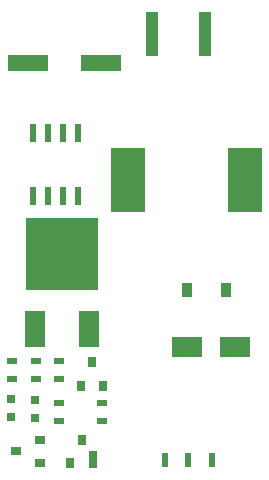
<source format=gtp>
%TF.GenerationSoftware,KiCad,Pcbnew,4.0.7*%
%TF.CreationDate,2017-11-15T23:57:05+08:00*%
%TF.ProjectId,nixie_tube,6E697869655F747562652E6B69636164,rev?*%
%TF.FileFunction,Paste,Top*%
%FSLAX46Y46*%
G04 Gerber Fmt 4.6, Leading zero omitted, Abs format (unit mm)*
G04 Created by KiCad (PCBNEW 4.0.7) date 11/15/17 23:57:05*
%MOMM*%
%LPD*%
G01*
G04 APERTURE LIST*
%ADD10C,0.100000*%
%ADD11R,1.651000X3.048000*%
%ADD12R,6.096000X6.096000*%
%ADD13R,1.000000X3.800000*%
%ADD14R,3.400000X1.400000*%
%ADD15R,0.500000X1.200000*%
%ADD16R,0.600000X1.550000*%
%ADD17R,2.900000X5.400000*%
%ADD18R,0.800000X0.900000*%
%ADD19R,0.900000X1.200000*%
%ADD20R,2.500000X1.800000*%
%ADD21R,0.750000X0.800000*%
%ADD22R,0.900000X0.500000*%
%ADD23R,0.900000X0.800000*%
%ADD24R,0.800000X1.000000*%
G04 APERTURE END LIST*
D10*
D11*
X3128000Y-37200000D03*
D12*
X5414000Y-30850000D03*
D11*
X7700000Y-37200000D03*
D13*
X13010000Y-12220000D03*
X17510000Y-12220000D03*
D14*
X2520000Y-14700000D03*
X8720000Y-14700000D03*
D15*
X16130000Y-48310000D03*
X18130000Y-48310000D03*
X14130000Y-48310000D03*
D16*
X2995000Y-25950000D03*
X4265000Y-25950000D03*
X5535000Y-25950000D03*
X6805000Y-25950000D03*
X6805000Y-20550000D03*
X5535000Y-20550000D03*
X4265000Y-20550000D03*
X2995000Y-20550000D03*
D17*
X20960000Y-24550000D03*
X11000000Y-24550000D03*
D18*
X7000000Y-42000000D03*
X8900000Y-42000000D03*
X7950000Y-40000000D03*
D19*
X16050000Y-33900000D03*
X19350000Y-33900000D03*
D20*
X16050000Y-38700000D03*
X20050000Y-38700000D03*
D21*
X3150000Y-44700000D03*
X3150000Y-43200000D03*
X1100000Y-44650000D03*
X1100000Y-43150000D03*
D22*
X1200000Y-39925000D03*
X1200000Y-41425000D03*
X5200000Y-41425000D03*
X5200000Y-39925000D03*
X3200000Y-39925000D03*
X3200000Y-41425000D03*
D23*
X3550000Y-48500000D03*
X3550000Y-46600000D03*
X1550000Y-47550000D03*
D22*
X5200000Y-44950000D03*
X5200000Y-43450000D03*
X8800000Y-43450000D03*
X8800000Y-44950000D03*
D18*
X6150000Y-48550000D03*
X8050000Y-48550000D03*
X7100000Y-46550000D03*
D24*
X8050000Y-48000000D03*
M02*

</source>
